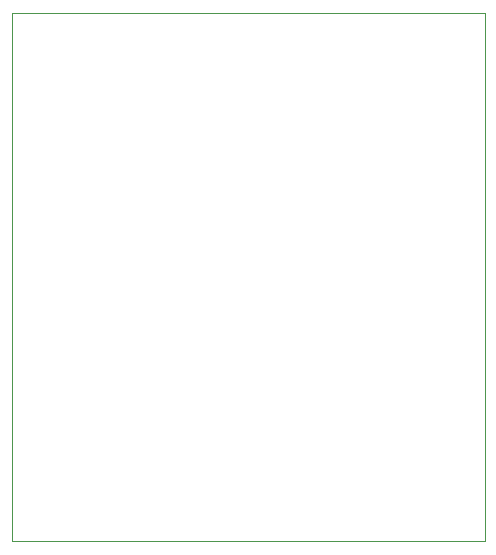
<source format=gm1>
%TF.GenerationSoftware,KiCad,Pcbnew,8.0.1*%
%TF.CreationDate,2024-04-01T15:32:47-05:00*%
%TF.ProjectId,ece445_headset,65636534-3435-45f6-9865-61647365742e,rev?*%
%TF.SameCoordinates,Original*%
%TF.FileFunction,Profile,NP*%
%FSLAX46Y46*%
G04 Gerber Fmt 4.6, Leading zero omitted, Abs format (unit mm)*
G04 Created by KiCad (PCBNEW 8.0.1) date 2024-04-01 15:32:47*
%MOMM*%
%LPD*%
G01*
G04 APERTURE LIST*
%TA.AperFunction,Profile*%
%ADD10C,0.050000*%
%TD*%
G04 APERTURE END LIST*
D10*
X72500000Y-46750000D02*
X112500000Y-46750000D01*
X112500000Y-91500000D01*
X72500000Y-91500000D01*
X72500000Y-46750000D01*
M02*

</source>
